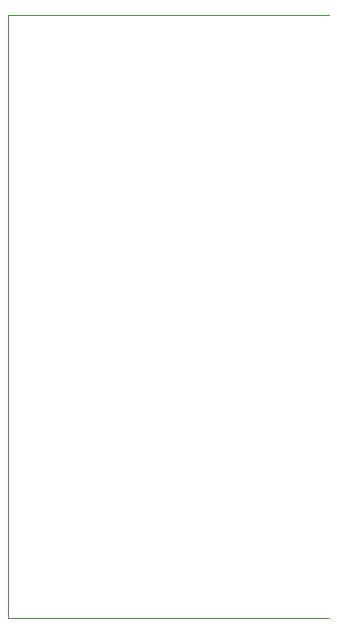
<source format=gbr>
%TF.GenerationSoftware,KiCad,Pcbnew,(6.0.5)*%
%TF.CreationDate,2022-11-12T13:49:09-06:00*%
%TF.ProjectId,remote,72656d6f-7465-42e6-9b69-6361645f7063,rev?*%
%TF.SameCoordinates,Original*%
%TF.FileFunction,Profile,NP*%
%FSLAX46Y46*%
G04 Gerber Fmt 4.6, Leading zero omitted, Abs format (unit mm)*
G04 Created by KiCad (PCBNEW (6.0.5)) date 2022-11-12 13:49:09*
%MOMM*%
%LPD*%
G01*
G04 APERTURE LIST*
%TA.AperFunction,Profile*%
%ADD10C,0.038100*%
%TD*%
G04 APERTURE END LIST*
D10*
X78740000Y-101600000D02*
X105918000Y-101600000D01*
X78740000Y-152654000D02*
X78740000Y-101600000D01*
X105918000Y-152654000D02*
X78740000Y-152654000D01*
M02*

</source>
